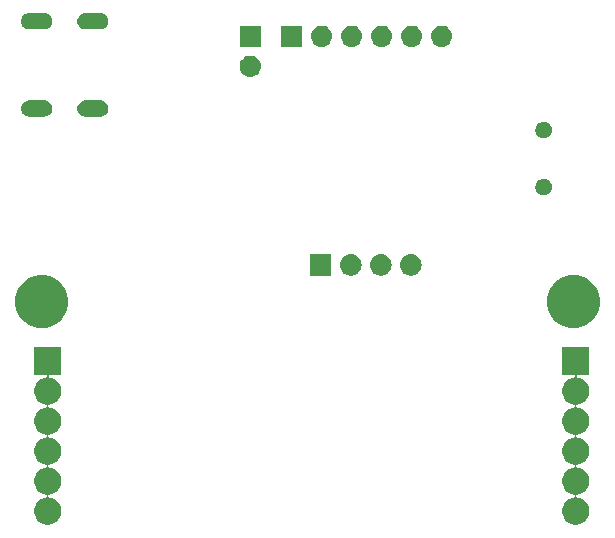
<source format=gbs>
G04 #@! TF.GenerationSoftware,KiCad,Pcbnew,(5.1.2-1)-1*
G04 #@! TF.CreationDate,2019-05-13T23:44:12-03:00*
G04 #@! TF.ProjectId,Capivara,43617069-7661-4726-912e-6b696361645f,rev?*
G04 #@! TF.SameCoordinates,Original*
G04 #@! TF.FileFunction,Soldermask,Bot*
G04 #@! TF.FilePolarity,Negative*
%FSLAX46Y46*%
G04 Gerber Fmt 4.6, Leading zero omitted, Abs format (unit mm)*
G04 Created by KiCad (PCBNEW (5.1.2-1)-1) date 2019-05-13 23:44:12*
%MOMM*%
%LPD*%
G04 APERTURE LIST*
%ADD10C,0.100000*%
G04 APERTURE END LIST*
D10*
G36*
X77478000Y-75890500D02*
G01*
X76512993Y-75890500D01*
X76488607Y-75892902D01*
X76465158Y-75900015D01*
X76443547Y-75911566D01*
X76424605Y-75927111D01*
X76409060Y-75946053D01*
X76397509Y-75967664D01*
X76390396Y-75991113D01*
X76387994Y-76015499D01*
X76390396Y-76039885D01*
X76397509Y-76063334D01*
X76409060Y-76084945D01*
X76424605Y-76103887D01*
X76443547Y-76119432D01*
X76465158Y-76130983D01*
X76488608Y-76138096D01*
X76662734Y-76172732D01*
X76872203Y-76259497D01*
X77060720Y-76385460D01*
X77221040Y-76545780D01*
X77347003Y-76734297D01*
X77433768Y-76943766D01*
X77478000Y-77166136D01*
X77478000Y-77392864D01*
X77433768Y-77615234D01*
X77347003Y-77824703D01*
X77221040Y-78013220D01*
X77060720Y-78173540D01*
X76872203Y-78299503D01*
X76662734Y-78386268D01*
X76535161Y-78411644D01*
X76458448Y-78426903D01*
X76434999Y-78434016D01*
X76413388Y-78445567D01*
X76394446Y-78461112D01*
X76378901Y-78480054D01*
X76367350Y-78501665D01*
X76360237Y-78525114D01*
X76357835Y-78549500D01*
X76360237Y-78573886D01*
X76367350Y-78597335D01*
X76378901Y-78618946D01*
X76394446Y-78637888D01*
X76413388Y-78653433D01*
X76434999Y-78664984D01*
X76458448Y-78672097D01*
X76535161Y-78687356D01*
X76662734Y-78712732D01*
X76872203Y-78799497D01*
X77060720Y-78925460D01*
X77221040Y-79085780D01*
X77347003Y-79274297D01*
X77433768Y-79483766D01*
X77478000Y-79706136D01*
X77478000Y-79932864D01*
X77433768Y-80155234D01*
X77347003Y-80364703D01*
X77221040Y-80553220D01*
X77060720Y-80713540D01*
X76872203Y-80839503D01*
X76662734Y-80926268D01*
X76535161Y-80951644D01*
X76458448Y-80966903D01*
X76434999Y-80974016D01*
X76413388Y-80985567D01*
X76394446Y-81001112D01*
X76378901Y-81020054D01*
X76367350Y-81041665D01*
X76360237Y-81065114D01*
X76357835Y-81089500D01*
X76360237Y-81113886D01*
X76367350Y-81137335D01*
X76378901Y-81158946D01*
X76394446Y-81177888D01*
X76413388Y-81193433D01*
X76434999Y-81204984D01*
X76458448Y-81212097D01*
X76535161Y-81227356D01*
X76662734Y-81252732D01*
X76872203Y-81339497D01*
X77060720Y-81465460D01*
X77221040Y-81625780D01*
X77347003Y-81814297D01*
X77433768Y-82023766D01*
X77478000Y-82246136D01*
X77478000Y-82472864D01*
X77433768Y-82695234D01*
X77347003Y-82904703D01*
X77221040Y-83093220D01*
X77060720Y-83253540D01*
X76872203Y-83379503D01*
X76662734Y-83466268D01*
X76535161Y-83491644D01*
X76458448Y-83506903D01*
X76434999Y-83514016D01*
X76413388Y-83525567D01*
X76394446Y-83541112D01*
X76378901Y-83560054D01*
X76367350Y-83581665D01*
X76360237Y-83605114D01*
X76357835Y-83629500D01*
X76360237Y-83653886D01*
X76367350Y-83677335D01*
X76378901Y-83698946D01*
X76394446Y-83717888D01*
X76413388Y-83733433D01*
X76434999Y-83744984D01*
X76458448Y-83752097D01*
X76535161Y-83767356D01*
X76662734Y-83792732D01*
X76872203Y-83879497D01*
X77060720Y-84005460D01*
X77221040Y-84165780D01*
X77347003Y-84354297D01*
X77433768Y-84563766D01*
X77478000Y-84786136D01*
X77478000Y-85012864D01*
X77433768Y-85235234D01*
X77347003Y-85444703D01*
X77221040Y-85633220D01*
X77060720Y-85793540D01*
X76872203Y-85919503D01*
X76662734Y-86006268D01*
X76535161Y-86031644D01*
X76458448Y-86046903D01*
X76434999Y-86054016D01*
X76413388Y-86065567D01*
X76394446Y-86081112D01*
X76378901Y-86100054D01*
X76367350Y-86121665D01*
X76360237Y-86145114D01*
X76357835Y-86169500D01*
X76360237Y-86193886D01*
X76367350Y-86217335D01*
X76378901Y-86238946D01*
X76394446Y-86257888D01*
X76413388Y-86273433D01*
X76434999Y-86284984D01*
X76458448Y-86292097D01*
X76535161Y-86307356D01*
X76662734Y-86332732D01*
X76872203Y-86419497D01*
X77060720Y-86545460D01*
X77221040Y-86705780D01*
X77347003Y-86894297D01*
X77433768Y-87103766D01*
X77478000Y-87326136D01*
X77478000Y-87552864D01*
X77433768Y-87775234D01*
X77347003Y-87984703D01*
X77221040Y-88173220D01*
X77060720Y-88333540D01*
X76872203Y-88459503D01*
X76662734Y-88546268D01*
X76551549Y-88568384D01*
X76440365Y-88590500D01*
X76213635Y-88590500D01*
X76102451Y-88568384D01*
X75991266Y-88546268D01*
X75781797Y-88459503D01*
X75593280Y-88333540D01*
X75432960Y-88173220D01*
X75306997Y-87984703D01*
X75220232Y-87775234D01*
X75176000Y-87552864D01*
X75176000Y-87326136D01*
X75220232Y-87103766D01*
X75306997Y-86894297D01*
X75432960Y-86705780D01*
X75593280Y-86545460D01*
X75781797Y-86419497D01*
X75991266Y-86332732D01*
X76118839Y-86307356D01*
X76195552Y-86292097D01*
X76219001Y-86284984D01*
X76240612Y-86273433D01*
X76259554Y-86257888D01*
X76275099Y-86238946D01*
X76286650Y-86217335D01*
X76293763Y-86193886D01*
X76296165Y-86169500D01*
X76293763Y-86145114D01*
X76286650Y-86121665D01*
X76275099Y-86100054D01*
X76259554Y-86081112D01*
X76240612Y-86065567D01*
X76219001Y-86054016D01*
X76195552Y-86046903D01*
X76118839Y-86031644D01*
X75991266Y-86006268D01*
X75781797Y-85919503D01*
X75593280Y-85793540D01*
X75432960Y-85633220D01*
X75306997Y-85444703D01*
X75220232Y-85235234D01*
X75176000Y-85012864D01*
X75176000Y-84786136D01*
X75220232Y-84563766D01*
X75306997Y-84354297D01*
X75432960Y-84165780D01*
X75593280Y-84005460D01*
X75781797Y-83879497D01*
X75991266Y-83792732D01*
X76118839Y-83767356D01*
X76195552Y-83752097D01*
X76219001Y-83744984D01*
X76240612Y-83733433D01*
X76259554Y-83717888D01*
X76275099Y-83698946D01*
X76286650Y-83677335D01*
X76293763Y-83653886D01*
X76296165Y-83629500D01*
X76293763Y-83605114D01*
X76286650Y-83581665D01*
X76275099Y-83560054D01*
X76259554Y-83541112D01*
X76240612Y-83525567D01*
X76219001Y-83514016D01*
X76195552Y-83506903D01*
X76118839Y-83491644D01*
X75991266Y-83466268D01*
X75781797Y-83379503D01*
X75593280Y-83253540D01*
X75432960Y-83093220D01*
X75306997Y-82904703D01*
X75220232Y-82695234D01*
X75176000Y-82472864D01*
X75176000Y-82246136D01*
X75220232Y-82023766D01*
X75306997Y-81814297D01*
X75432960Y-81625780D01*
X75593280Y-81465460D01*
X75781797Y-81339497D01*
X75991266Y-81252732D01*
X76118839Y-81227356D01*
X76195552Y-81212097D01*
X76219001Y-81204984D01*
X76240612Y-81193433D01*
X76259554Y-81177888D01*
X76275099Y-81158946D01*
X76286650Y-81137335D01*
X76293763Y-81113886D01*
X76296165Y-81089500D01*
X76293763Y-81065114D01*
X76286650Y-81041665D01*
X76275099Y-81020054D01*
X76259554Y-81001112D01*
X76240612Y-80985567D01*
X76219001Y-80974016D01*
X76195552Y-80966903D01*
X76118839Y-80951644D01*
X75991266Y-80926268D01*
X75781797Y-80839503D01*
X75593280Y-80713540D01*
X75432960Y-80553220D01*
X75306997Y-80364703D01*
X75220232Y-80155234D01*
X75176000Y-79932864D01*
X75176000Y-79706136D01*
X75220232Y-79483766D01*
X75306997Y-79274297D01*
X75432960Y-79085780D01*
X75593280Y-78925460D01*
X75781797Y-78799497D01*
X75991266Y-78712732D01*
X76118839Y-78687356D01*
X76195552Y-78672097D01*
X76219001Y-78664984D01*
X76240612Y-78653433D01*
X76259554Y-78637888D01*
X76275099Y-78618946D01*
X76286650Y-78597335D01*
X76293763Y-78573886D01*
X76296165Y-78549500D01*
X76293763Y-78525114D01*
X76286650Y-78501665D01*
X76275099Y-78480054D01*
X76259554Y-78461112D01*
X76240612Y-78445567D01*
X76219001Y-78434016D01*
X76195552Y-78426903D01*
X76118839Y-78411644D01*
X75991266Y-78386268D01*
X75781797Y-78299503D01*
X75593280Y-78173540D01*
X75432960Y-78013220D01*
X75306997Y-77824703D01*
X75220232Y-77615234D01*
X75176000Y-77392864D01*
X75176000Y-77166136D01*
X75220232Y-76943766D01*
X75306997Y-76734297D01*
X75432960Y-76545780D01*
X75593280Y-76385460D01*
X75781797Y-76259497D01*
X75991266Y-76172732D01*
X76165392Y-76138096D01*
X76188842Y-76130983D01*
X76210453Y-76119432D01*
X76229395Y-76103887D01*
X76244940Y-76084945D01*
X76256491Y-76063334D01*
X76263604Y-76039885D01*
X76266006Y-76015499D01*
X76263604Y-75991113D01*
X76256491Y-75967664D01*
X76244940Y-75946053D01*
X76229395Y-75927111D01*
X76210453Y-75911566D01*
X76188842Y-75900015D01*
X76165393Y-75892902D01*
X76141007Y-75890500D01*
X75176000Y-75890500D01*
X75176000Y-73588500D01*
X77478000Y-73588500D01*
X77478000Y-75890500D01*
X77478000Y-75890500D01*
G37*
G36*
X32774000Y-75890500D02*
G01*
X31808993Y-75890500D01*
X31784607Y-75892902D01*
X31761158Y-75900015D01*
X31739547Y-75911566D01*
X31720605Y-75927111D01*
X31705060Y-75946053D01*
X31693509Y-75967664D01*
X31686396Y-75991113D01*
X31683994Y-76015499D01*
X31686396Y-76039885D01*
X31693509Y-76063334D01*
X31705060Y-76084945D01*
X31720605Y-76103887D01*
X31739547Y-76119432D01*
X31761158Y-76130983D01*
X31784608Y-76138096D01*
X31958734Y-76172732D01*
X32168203Y-76259497D01*
X32356720Y-76385460D01*
X32517040Y-76545780D01*
X32643003Y-76734297D01*
X32729768Y-76943766D01*
X32774000Y-77166136D01*
X32774000Y-77392864D01*
X32729768Y-77615234D01*
X32643003Y-77824703D01*
X32517040Y-78013220D01*
X32356720Y-78173540D01*
X32168203Y-78299503D01*
X31958734Y-78386268D01*
X31831161Y-78411644D01*
X31754448Y-78426903D01*
X31730999Y-78434016D01*
X31709388Y-78445567D01*
X31690446Y-78461112D01*
X31674901Y-78480054D01*
X31663350Y-78501665D01*
X31656237Y-78525114D01*
X31653835Y-78549500D01*
X31656237Y-78573886D01*
X31663350Y-78597335D01*
X31674901Y-78618946D01*
X31690446Y-78637888D01*
X31709388Y-78653433D01*
X31730999Y-78664984D01*
X31754448Y-78672097D01*
X31831161Y-78687356D01*
X31958734Y-78712732D01*
X32168203Y-78799497D01*
X32356720Y-78925460D01*
X32517040Y-79085780D01*
X32643003Y-79274297D01*
X32729768Y-79483766D01*
X32774000Y-79706136D01*
X32774000Y-79932864D01*
X32729768Y-80155234D01*
X32643003Y-80364703D01*
X32517040Y-80553220D01*
X32356720Y-80713540D01*
X32168203Y-80839503D01*
X31958734Y-80926268D01*
X31831161Y-80951644D01*
X31754448Y-80966903D01*
X31730999Y-80974016D01*
X31709388Y-80985567D01*
X31690446Y-81001112D01*
X31674901Y-81020054D01*
X31663350Y-81041665D01*
X31656237Y-81065114D01*
X31653835Y-81089500D01*
X31656237Y-81113886D01*
X31663350Y-81137335D01*
X31674901Y-81158946D01*
X31690446Y-81177888D01*
X31709388Y-81193433D01*
X31730999Y-81204984D01*
X31754448Y-81212097D01*
X31831161Y-81227356D01*
X31958734Y-81252732D01*
X32168203Y-81339497D01*
X32356720Y-81465460D01*
X32517040Y-81625780D01*
X32643003Y-81814297D01*
X32729768Y-82023766D01*
X32774000Y-82246136D01*
X32774000Y-82472864D01*
X32729768Y-82695234D01*
X32643003Y-82904703D01*
X32517040Y-83093220D01*
X32356720Y-83253540D01*
X32168203Y-83379503D01*
X31958734Y-83466268D01*
X31831161Y-83491644D01*
X31754448Y-83506903D01*
X31730999Y-83514016D01*
X31709388Y-83525567D01*
X31690446Y-83541112D01*
X31674901Y-83560054D01*
X31663350Y-83581665D01*
X31656237Y-83605114D01*
X31653835Y-83629500D01*
X31656237Y-83653886D01*
X31663350Y-83677335D01*
X31674901Y-83698946D01*
X31690446Y-83717888D01*
X31709388Y-83733433D01*
X31730999Y-83744984D01*
X31754448Y-83752097D01*
X31831161Y-83767356D01*
X31958734Y-83792732D01*
X32168203Y-83879497D01*
X32356720Y-84005460D01*
X32517040Y-84165780D01*
X32643003Y-84354297D01*
X32729768Y-84563766D01*
X32774000Y-84786136D01*
X32774000Y-85012864D01*
X32729768Y-85235234D01*
X32643003Y-85444703D01*
X32517040Y-85633220D01*
X32356720Y-85793540D01*
X32168203Y-85919503D01*
X31958734Y-86006268D01*
X31831161Y-86031644D01*
X31754448Y-86046903D01*
X31730999Y-86054016D01*
X31709388Y-86065567D01*
X31690446Y-86081112D01*
X31674901Y-86100054D01*
X31663350Y-86121665D01*
X31656237Y-86145114D01*
X31653835Y-86169500D01*
X31656237Y-86193886D01*
X31663350Y-86217335D01*
X31674901Y-86238946D01*
X31690446Y-86257888D01*
X31709388Y-86273433D01*
X31730999Y-86284984D01*
X31754448Y-86292097D01*
X31831161Y-86307356D01*
X31958734Y-86332732D01*
X32168203Y-86419497D01*
X32356720Y-86545460D01*
X32517040Y-86705780D01*
X32643003Y-86894297D01*
X32729768Y-87103766D01*
X32774000Y-87326136D01*
X32774000Y-87552864D01*
X32729768Y-87775234D01*
X32643003Y-87984703D01*
X32517040Y-88173220D01*
X32356720Y-88333540D01*
X32168203Y-88459503D01*
X31958734Y-88546268D01*
X31847549Y-88568384D01*
X31736365Y-88590500D01*
X31509635Y-88590500D01*
X31398451Y-88568384D01*
X31287266Y-88546268D01*
X31077797Y-88459503D01*
X30889280Y-88333540D01*
X30728960Y-88173220D01*
X30602997Y-87984703D01*
X30516232Y-87775234D01*
X30472000Y-87552864D01*
X30472000Y-87326136D01*
X30516232Y-87103766D01*
X30602997Y-86894297D01*
X30728960Y-86705780D01*
X30889280Y-86545460D01*
X31077797Y-86419497D01*
X31287266Y-86332732D01*
X31414839Y-86307356D01*
X31491552Y-86292097D01*
X31515001Y-86284984D01*
X31536612Y-86273433D01*
X31555554Y-86257888D01*
X31571099Y-86238946D01*
X31582650Y-86217335D01*
X31589763Y-86193886D01*
X31592165Y-86169500D01*
X31589763Y-86145114D01*
X31582650Y-86121665D01*
X31571099Y-86100054D01*
X31555554Y-86081112D01*
X31536612Y-86065567D01*
X31515001Y-86054016D01*
X31491552Y-86046903D01*
X31414839Y-86031644D01*
X31287266Y-86006268D01*
X31077797Y-85919503D01*
X30889280Y-85793540D01*
X30728960Y-85633220D01*
X30602997Y-85444703D01*
X30516232Y-85235234D01*
X30472000Y-85012864D01*
X30472000Y-84786136D01*
X30516232Y-84563766D01*
X30602997Y-84354297D01*
X30728960Y-84165780D01*
X30889280Y-84005460D01*
X31077797Y-83879497D01*
X31287266Y-83792732D01*
X31414839Y-83767356D01*
X31491552Y-83752097D01*
X31515001Y-83744984D01*
X31536612Y-83733433D01*
X31555554Y-83717888D01*
X31571099Y-83698946D01*
X31582650Y-83677335D01*
X31589763Y-83653886D01*
X31592165Y-83629500D01*
X31589763Y-83605114D01*
X31582650Y-83581665D01*
X31571099Y-83560054D01*
X31555554Y-83541112D01*
X31536612Y-83525567D01*
X31515001Y-83514016D01*
X31491552Y-83506903D01*
X31414839Y-83491644D01*
X31287266Y-83466268D01*
X31077797Y-83379503D01*
X30889280Y-83253540D01*
X30728960Y-83093220D01*
X30602997Y-82904703D01*
X30516232Y-82695234D01*
X30472000Y-82472864D01*
X30472000Y-82246136D01*
X30516232Y-82023766D01*
X30602997Y-81814297D01*
X30728960Y-81625780D01*
X30889280Y-81465460D01*
X31077797Y-81339497D01*
X31287266Y-81252732D01*
X31414839Y-81227356D01*
X31491552Y-81212097D01*
X31515001Y-81204984D01*
X31536612Y-81193433D01*
X31555554Y-81177888D01*
X31571099Y-81158946D01*
X31582650Y-81137335D01*
X31589763Y-81113886D01*
X31592165Y-81089500D01*
X31589763Y-81065114D01*
X31582650Y-81041665D01*
X31571099Y-81020054D01*
X31555554Y-81001112D01*
X31536612Y-80985567D01*
X31515001Y-80974016D01*
X31491552Y-80966903D01*
X31414839Y-80951644D01*
X31287266Y-80926268D01*
X31077797Y-80839503D01*
X30889280Y-80713540D01*
X30728960Y-80553220D01*
X30602997Y-80364703D01*
X30516232Y-80155234D01*
X30472000Y-79932864D01*
X30472000Y-79706136D01*
X30516232Y-79483766D01*
X30602997Y-79274297D01*
X30728960Y-79085780D01*
X30889280Y-78925460D01*
X31077797Y-78799497D01*
X31287266Y-78712732D01*
X31414839Y-78687356D01*
X31491552Y-78672097D01*
X31515001Y-78664984D01*
X31536612Y-78653433D01*
X31555554Y-78637888D01*
X31571099Y-78618946D01*
X31582650Y-78597335D01*
X31589763Y-78573886D01*
X31592165Y-78549500D01*
X31589763Y-78525114D01*
X31582650Y-78501665D01*
X31571099Y-78480054D01*
X31555554Y-78461112D01*
X31536612Y-78445567D01*
X31515001Y-78434016D01*
X31491552Y-78426903D01*
X31414839Y-78411644D01*
X31287266Y-78386268D01*
X31077797Y-78299503D01*
X30889280Y-78173540D01*
X30728960Y-78013220D01*
X30602997Y-77824703D01*
X30516232Y-77615234D01*
X30472000Y-77392864D01*
X30472000Y-77166136D01*
X30516232Y-76943766D01*
X30602997Y-76734297D01*
X30728960Y-76545780D01*
X30889280Y-76385460D01*
X31077797Y-76259497D01*
X31287266Y-76172732D01*
X31461392Y-76138096D01*
X31484842Y-76130983D01*
X31506453Y-76119432D01*
X31525395Y-76103887D01*
X31540940Y-76084945D01*
X31552491Y-76063334D01*
X31559604Y-76039885D01*
X31562006Y-76015499D01*
X31559604Y-75991113D01*
X31552491Y-75967664D01*
X31540940Y-75946053D01*
X31525395Y-75927111D01*
X31506453Y-75911566D01*
X31484842Y-75900015D01*
X31461393Y-75892902D01*
X31437007Y-75890500D01*
X30472000Y-75890500D01*
X30472000Y-73588500D01*
X32774000Y-73588500D01*
X32774000Y-75890500D01*
X32774000Y-75890500D01*
G37*
G36*
X76390880Y-67490776D02*
G01*
X76771593Y-67566504D01*
X77181249Y-67736189D01*
X77549929Y-67982534D01*
X77863466Y-68296071D01*
X78109811Y-68664751D01*
X78279496Y-69074407D01*
X78366000Y-69509296D01*
X78366000Y-69952704D01*
X78279496Y-70387593D01*
X78109811Y-70797249D01*
X77863466Y-71165929D01*
X77549929Y-71479466D01*
X77181249Y-71725811D01*
X76771593Y-71895496D01*
X76390880Y-71971224D01*
X76336705Y-71982000D01*
X75893295Y-71982000D01*
X75839120Y-71971224D01*
X75458407Y-71895496D01*
X75048751Y-71725811D01*
X74680071Y-71479466D01*
X74366534Y-71165929D01*
X74120189Y-70797249D01*
X73950504Y-70387593D01*
X73864000Y-69952704D01*
X73864000Y-69509296D01*
X73950504Y-69074407D01*
X74120189Y-68664751D01*
X74366534Y-68296071D01*
X74680071Y-67982534D01*
X75048751Y-67736189D01*
X75458407Y-67566504D01*
X75839120Y-67490776D01*
X75893295Y-67480000D01*
X76336705Y-67480000D01*
X76390880Y-67490776D01*
X76390880Y-67490776D01*
G37*
G36*
X31390880Y-67490776D02*
G01*
X31771593Y-67566504D01*
X32181249Y-67736189D01*
X32549929Y-67982534D01*
X32863466Y-68296071D01*
X33109811Y-68664751D01*
X33279496Y-69074407D01*
X33366000Y-69509296D01*
X33366000Y-69952704D01*
X33279496Y-70387593D01*
X33109811Y-70797249D01*
X32863466Y-71165929D01*
X32549929Y-71479466D01*
X32181249Y-71725811D01*
X31771593Y-71895496D01*
X31390880Y-71971224D01*
X31336705Y-71982000D01*
X30893295Y-71982000D01*
X30839120Y-71971224D01*
X30458407Y-71895496D01*
X30048751Y-71725811D01*
X29680071Y-71479466D01*
X29366534Y-71165929D01*
X29120189Y-70797249D01*
X28950504Y-70387593D01*
X28864000Y-69952704D01*
X28864000Y-69509296D01*
X28950504Y-69074407D01*
X29120189Y-68664751D01*
X29366534Y-68296071D01*
X29680071Y-67982534D01*
X30048751Y-67736189D01*
X30458407Y-67566504D01*
X30839120Y-67490776D01*
X30893295Y-67480000D01*
X31336705Y-67480000D01*
X31390880Y-67490776D01*
X31390880Y-67490776D01*
G37*
G36*
X57387442Y-65717018D02*
G01*
X57453627Y-65723537D01*
X57623466Y-65775057D01*
X57779991Y-65858722D01*
X57815729Y-65888052D01*
X57917186Y-65971314D01*
X58000448Y-66072771D01*
X58029778Y-66108509D01*
X58113443Y-66265034D01*
X58164963Y-66434873D01*
X58182359Y-66611500D01*
X58164963Y-66788127D01*
X58113443Y-66957966D01*
X58029778Y-67114491D01*
X58000448Y-67150229D01*
X57917186Y-67251686D01*
X57815729Y-67334948D01*
X57779991Y-67364278D01*
X57623466Y-67447943D01*
X57453627Y-67499463D01*
X57387442Y-67505982D01*
X57321260Y-67512500D01*
X57232740Y-67512500D01*
X57166558Y-67505982D01*
X57100373Y-67499463D01*
X56930534Y-67447943D01*
X56774009Y-67364278D01*
X56738271Y-67334948D01*
X56636814Y-67251686D01*
X56553552Y-67150229D01*
X56524222Y-67114491D01*
X56440557Y-66957966D01*
X56389037Y-66788127D01*
X56371641Y-66611500D01*
X56389037Y-66434873D01*
X56440557Y-66265034D01*
X56524222Y-66108509D01*
X56553552Y-66072771D01*
X56636814Y-65971314D01*
X56738271Y-65888052D01*
X56774009Y-65858722D01*
X56930534Y-65775057D01*
X57100373Y-65723537D01*
X57166558Y-65717018D01*
X57232740Y-65710500D01*
X57321260Y-65710500D01*
X57387442Y-65717018D01*
X57387442Y-65717018D01*
G37*
G36*
X62467442Y-65717018D02*
G01*
X62533627Y-65723537D01*
X62703466Y-65775057D01*
X62859991Y-65858722D01*
X62895729Y-65888052D01*
X62997186Y-65971314D01*
X63080448Y-66072771D01*
X63109778Y-66108509D01*
X63193443Y-66265034D01*
X63244963Y-66434873D01*
X63262359Y-66611500D01*
X63244963Y-66788127D01*
X63193443Y-66957966D01*
X63109778Y-67114491D01*
X63080448Y-67150229D01*
X62997186Y-67251686D01*
X62895729Y-67334948D01*
X62859991Y-67364278D01*
X62703466Y-67447943D01*
X62533627Y-67499463D01*
X62467442Y-67505982D01*
X62401260Y-67512500D01*
X62312740Y-67512500D01*
X62246558Y-67505982D01*
X62180373Y-67499463D01*
X62010534Y-67447943D01*
X61854009Y-67364278D01*
X61818271Y-67334948D01*
X61716814Y-67251686D01*
X61633552Y-67150229D01*
X61604222Y-67114491D01*
X61520557Y-66957966D01*
X61469037Y-66788127D01*
X61451641Y-66611500D01*
X61469037Y-66434873D01*
X61520557Y-66265034D01*
X61604222Y-66108509D01*
X61633552Y-66072771D01*
X61716814Y-65971314D01*
X61818271Y-65888052D01*
X61854009Y-65858722D01*
X62010534Y-65775057D01*
X62180373Y-65723537D01*
X62246558Y-65717018D01*
X62312740Y-65710500D01*
X62401260Y-65710500D01*
X62467442Y-65717018D01*
X62467442Y-65717018D01*
G37*
G36*
X59927442Y-65717018D02*
G01*
X59993627Y-65723537D01*
X60163466Y-65775057D01*
X60319991Y-65858722D01*
X60355729Y-65888052D01*
X60457186Y-65971314D01*
X60540448Y-66072771D01*
X60569778Y-66108509D01*
X60653443Y-66265034D01*
X60704963Y-66434873D01*
X60722359Y-66611500D01*
X60704963Y-66788127D01*
X60653443Y-66957966D01*
X60569778Y-67114491D01*
X60540448Y-67150229D01*
X60457186Y-67251686D01*
X60355729Y-67334948D01*
X60319991Y-67364278D01*
X60163466Y-67447943D01*
X59993627Y-67499463D01*
X59927442Y-67505982D01*
X59861260Y-67512500D01*
X59772740Y-67512500D01*
X59706558Y-67505982D01*
X59640373Y-67499463D01*
X59470534Y-67447943D01*
X59314009Y-67364278D01*
X59278271Y-67334948D01*
X59176814Y-67251686D01*
X59093552Y-67150229D01*
X59064222Y-67114491D01*
X58980557Y-66957966D01*
X58929037Y-66788127D01*
X58911641Y-66611500D01*
X58929037Y-66434873D01*
X58980557Y-66265034D01*
X59064222Y-66108509D01*
X59093552Y-66072771D01*
X59176814Y-65971314D01*
X59278271Y-65888052D01*
X59314009Y-65858722D01*
X59470534Y-65775057D01*
X59640373Y-65723537D01*
X59706558Y-65717018D01*
X59772740Y-65710500D01*
X59861260Y-65710500D01*
X59927442Y-65717018D01*
X59927442Y-65717018D01*
G37*
G36*
X55638000Y-67512500D02*
G01*
X53836000Y-67512500D01*
X53836000Y-65710500D01*
X55638000Y-65710500D01*
X55638000Y-67512500D01*
X55638000Y-67512500D01*
G37*
G36*
X73804007Y-59323438D02*
G01*
X73933473Y-59377065D01*
X74049990Y-59454919D01*
X74149081Y-59554010D01*
X74226935Y-59670527D01*
X74280562Y-59799993D01*
X74307900Y-59937432D01*
X74307900Y-60077568D01*
X74280562Y-60215007D01*
X74226935Y-60344473D01*
X74149081Y-60460990D01*
X74049990Y-60560081D01*
X73933473Y-60637935D01*
X73804007Y-60691562D01*
X73666568Y-60718900D01*
X73526432Y-60718900D01*
X73388993Y-60691562D01*
X73259527Y-60637935D01*
X73143010Y-60560081D01*
X73043919Y-60460990D01*
X72966065Y-60344473D01*
X72912438Y-60215007D01*
X72885100Y-60077568D01*
X72885100Y-59937432D01*
X72912438Y-59799993D01*
X72966065Y-59670527D01*
X73043919Y-59554010D01*
X73143010Y-59454919D01*
X73259527Y-59377065D01*
X73388993Y-59323438D01*
X73526432Y-59296100D01*
X73666568Y-59296100D01*
X73804007Y-59323438D01*
X73804007Y-59323438D01*
G37*
G36*
X73804007Y-54497438D02*
G01*
X73933473Y-54551065D01*
X74049990Y-54628919D01*
X74149081Y-54728010D01*
X74226935Y-54844527D01*
X74280562Y-54973993D01*
X74307900Y-55111432D01*
X74307900Y-55251568D01*
X74280562Y-55389007D01*
X74226935Y-55518473D01*
X74149081Y-55634990D01*
X74049990Y-55734081D01*
X73933473Y-55811935D01*
X73804007Y-55865562D01*
X73666568Y-55892900D01*
X73526432Y-55892900D01*
X73388993Y-55865562D01*
X73259527Y-55811935D01*
X73143010Y-55734081D01*
X73043919Y-55634990D01*
X72966065Y-55518473D01*
X72912438Y-55389007D01*
X72885100Y-55251568D01*
X72885100Y-55111432D01*
X72912438Y-54973993D01*
X72966065Y-54844527D01*
X73043919Y-54728010D01*
X73143010Y-54628919D01*
X73259527Y-54551065D01*
X73388993Y-54497438D01*
X73526432Y-54470100D01*
X73666568Y-54470100D01*
X73804007Y-54497438D01*
X73804007Y-54497438D01*
G37*
G36*
X31418385Y-52677617D02*
G01*
X31451979Y-52680926D01*
X31527894Y-52703954D01*
X31581295Y-52720153D01*
X31700464Y-52783851D01*
X31804923Y-52869577D01*
X31890649Y-52974036D01*
X31954347Y-53093205D01*
X31993574Y-53222522D01*
X32006819Y-53357000D01*
X31993574Y-53491478D01*
X31954347Y-53620795D01*
X31890649Y-53739964D01*
X31804923Y-53844423D01*
X31700464Y-53930149D01*
X31581295Y-53993847D01*
X31527894Y-54010046D01*
X31451979Y-54033074D01*
X31418385Y-54036383D01*
X31351200Y-54043000D01*
X30013800Y-54043000D01*
X29946615Y-54036383D01*
X29913021Y-54033074D01*
X29837106Y-54010046D01*
X29783705Y-53993847D01*
X29664536Y-53930149D01*
X29560077Y-53844423D01*
X29474351Y-53739964D01*
X29410653Y-53620795D01*
X29371426Y-53491478D01*
X29358181Y-53357000D01*
X29371426Y-53222522D01*
X29410653Y-53093205D01*
X29474351Y-52974036D01*
X29560077Y-52869577D01*
X29664536Y-52783851D01*
X29783705Y-52720153D01*
X29837106Y-52703954D01*
X29913021Y-52680926D01*
X29946615Y-52677617D01*
X30013800Y-52671000D01*
X31351200Y-52671000D01*
X31418385Y-52677617D01*
X31418385Y-52677617D01*
G37*
G36*
X36168385Y-52677617D02*
G01*
X36201979Y-52680926D01*
X36277894Y-52703954D01*
X36331295Y-52720153D01*
X36450464Y-52783851D01*
X36554923Y-52869577D01*
X36640649Y-52974036D01*
X36704347Y-53093205D01*
X36743574Y-53222522D01*
X36756819Y-53357000D01*
X36743574Y-53491478D01*
X36704347Y-53620795D01*
X36640649Y-53739964D01*
X36554923Y-53844423D01*
X36450464Y-53930149D01*
X36331295Y-53993847D01*
X36277894Y-54010046D01*
X36201979Y-54033074D01*
X36168385Y-54036383D01*
X36101200Y-54043000D01*
X34763800Y-54043000D01*
X34696615Y-54036383D01*
X34663021Y-54033074D01*
X34587106Y-54010046D01*
X34533705Y-53993847D01*
X34414536Y-53930149D01*
X34310077Y-53844423D01*
X34224351Y-53739964D01*
X34160653Y-53620795D01*
X34121426Y-53491478D01*
X34108181Y-53357000D01*
X34121426Y-53222522D01*
X34160653Y-53093205D01*
X34224351Y-52974036D01*
X34310077Y-52869577D01*
X34414536Y-52783851D01*
X34533705Y-52720153D01*
X34587106Y-52703954D01*
X34663021Y-52680926D01*
X34696615Y-52677617D01*
X34763800Y-52671000D01*
X36101200Y-52671000D01*
X36168385Y-52677617D01*
X36168385Y-52677617D01*
G37*
G36*
X48878443Y-48889519D02*
G01*
X48944627Y-48896037D01*
X49114466Y-48947557D01*
X49270991Y-49031222D01*
X49306729Y-49060552D01*
X49408186Y-49143814D01*
X49491448Y-49245271D01*
X49520778Y-49281009D01*
X49604443Y-49437534D01*
X49655963Y-49607373D01*
X49673359Y-49784000D01*
X49655963Y-49960627D01*
X49604443Y-50130466D01*
X49520778Y-50286991D01*
X49491448Y-50322729D01*
X49408186Y-50424186D01*
X49306729Y-50507448D01*
X49270991Y-50536778D01*
X49114466Y-50620443D01*
X48944627Y-50671963D01*
X48878443Y-50678481D01*
X48812260Y-50685000D01*
X48723740Y-50685000D01*
X48657557Y-50678481D01*
X48591373Y-50671963D01*
X48421534Y-50620443D01*
X48265009Y-50536778D01*
X48229271Y-50507448D01*
X48127814Y-50424186D01*
X48044552Y-50322729D01*
X48015222Y-50286991D01*
X47931557Y-50130466D01*
X47880037Y-49960627D01*
X47862641Y-49784000D01*
X47880037Y-49607373D01*
X47931557Y-49437534D01*
X48015222Y-49281009D01*
X48044552Y-49245271D01*
X48127814Y-49143814D01*
X48229271Y-49060552D01*
X48265009Y-49031222D01*
X48421534Y-48947557D01*
X48591373Y-48896037D01*
X48657557Y-48889519D01*
X48723740Y-48883000D01*
X48812260Y-48883000D01*
X48878443Y-48889519D01*
X48878443Y-48889519D01*
G37*
G36*
X49669000Y-48145000D02*
G01*
X47867000Y-48145000D01*
X47867000Y-46343000D01*
X49669000Y-46343000D01*
X49669000Y-48145000D01*
X49669000Y-48145000D01*
G37*
G36*
X62530943Y-46349519D02*
G01*
X62597127Y-46356037D01*
X62766966Y-46407557D01*
X62923491Y-46491222D01*
X62959229Y-46520552D01*
X63060686Y-46603814D01*
X63143948Y-46705271D01*
X63173278Y-46741009D01*
X63256943Y-46897534D01*
X63308463Y-47067373D01*
X63325859Y-47244000D01*
X63308463Y-47420627D01*
X63256943Y-47590466D01*
X63173278Y-47746991D01*
X63143948Y-47782729D01*
X63060686Y-47884186D01*
X62959229Y-47967448D01*
X62923491Y-47996778D01*
X62766966Y-48080443D01*
X62597127Y-48131963D01*
X62530943Y-48138481D01*
X62464760Y-48145000D01*
X62376240Y-48145000D01*
X62310058Y-48138482D01*
X62243873Y-48131963D01*
X62074034Y-48080443D01*
X61917509Y-47996778D01*
X61881771Y-47967448D01*
X61780314Y-47884186D01*
X61697052Y-47782729D01*
X61667722Y-47746991D01*
X61584057Y-47590466D01*
X61532537Y-47420627D01*
X61515141Y-47244000D01*
X61532537Y-47067373D01*
X61584057Y-46897534D01*
X61667722Y-46741009D01*
X61697052Y-46705271D01*
X61780314Y-46603814D01*
X61881771Y-46520552D01*
X61917509Y-46491222D01*
X62074034Y-46407557D01*
X62243873Y-46356037D01*
X62310057Y-46349519D01*
X62376240Y-46343000D01*
X62464760Y-46343000D01*
X62530943Y-46349519D01*
X62530943Y-46349519D01*
G37*
G36*
X65070943Y-46349519D02*
G01*
X65137127Y-46356037D01*
X65306966Y-46407557D01*
X65463491Y-46491222D01*
X65499229Y-46520552D01*
X65600686Y-46603814D01*
X65683948Y-46705271D01*
X65713278Y-46741009D01*
X65796943Y-46897534D01*
X65848463Y-47067373D01*
X65865859Y-47244000D01*
X65848463Y-47420627D01*
X65796943Y-47590466D01*
X65713278Y-47746991D01*
X65683948Y-47782729D01*
X65600686Y-47884186D01*
X65499229Y-47967448D01*
X65463491Y-47996778D01*
X65306966Y-48080443D01*
X65137127Y-48131963D01*
X65070943Y-48138481D01*
X65004760Y-48145000D01*
X64916240Y-48145000D01*
X64850058Y-48138482D01*
X64783873Y-48131963D01*
X64614034Y-48080443D01*
X64457509Y-47996778D01*
X64421771Y-47967448D01*
X64320314Y-47884186D01*
X64237052Y-47782729D01*
X64207722Y-47746991D01*
X64124057Y-47590466D01*
X64072537Y-47420627D01*
X64055141Y-47244000D01*
X64072537Y-47067373D01*
X64124057Y-46897534D01*
X64207722Y-46741009D01*
X64237052Y-46705271D01*
X64320314Y-46603814D01*
X64421771Y-46520552D01*
X64457509Y-46491222D01*
X64614034Y-46407557D01*
X64783873Y-46356037D01*
X64850057Y-46349519D01*
X64916240Y-46343000D01*
X65004760Y-46343000D01*
X65070943Y-46349519D01*
X65070943Y-46349519D01*
G37*
G36*
X59990943Y-46349519D02*
G01*
X60057127Y-46356037D01*
X60226966Y-46407557D01*
X60383491Y-46491222D01*
X60419229Y-46520552D01*
X60520686Y-46603814D01*
X60603948Y-46705271D01*
X60633278Y-46741009D01*
X60716943Y-46897534D01*
X60768463Y-47067373D01*
X60785859Y-47244000D01*
X60768463Y-47420627D01*
X60716943Y-47590466D01*
X60633278Y-47746991D01*
X60603948Y-47782729D01*
X60520686Y-47884186D01*
X60419229Y-47967448D01*
X60383491Y-47996778D01*
X60226966Y-48080443D01*
X60057127Y-48131963D01*
X59990943Y-48138481D01*
X59924760Y-48145000D01*
X59836240Y-48145000D01*
X59770058Y-48138482D01*
X59703873Y-48131963D01*
X59534034Y-48080443D01*
X59377509Y-47996778D01*
X59341771Y-47967448D01*
X59240314Y-47884186D01*
X59157052Y-47782729D01*
X59127722Y-47746991D01*
X59044057Y-47590466D01*
X58992537Y-47420627D01*
X58975141Y-47244000D01*
X58992537Y-47067373D01*
X59044057Y-46897534D01*
X59127722Y-46741009D01*
X59157052Y-46705271D01*
X59240314Y-46603814D01*
X59341771Y-46520552D01*
X59377509Y-46491222D01*
X59534034Y-46407557D01*
X59703873Y-46356037D01*
X59770057Y-46349519D01*
X59836240Y-46343000D01*
X59924760Y-46343000D01*
X59990943Y-46349519D01*
X59990943Y-46349519D01*
G37*
G36*
X57450943Y-46349519D02*
G01*
X57517127Y-46356037D01*
X57686966Y-46407557D01*
X57843491Y-46491222D01*
X57879229Y-46520552D01*
X57980686Y-46603814D01*
X58063948Y-46705271D01*
X58093278Y-46741009D01*
X58176943Y-46897534D01*
X58228463Y-47067373D01*
X58245859Y-47244000D01*
X58228463Y-47420627D01*
X58176943Y-47590466D01*
X58093278Y-47746991D01*
X58063948Y-47782729D01*
X57980686Y-47884186D01*
X57879229Y-47967448D01*
X57843491Y-47996778D01*
X57686966Y-48080443D01*
X57517127Y-48131963D01*
X57450943Y-48138481D01*
X57384760Y-48145000D01*
X57296240Y-48145000D01*
X57230058Y-48138482D01*
X57163873Y-48131963D01*
X56994034Y-48080443D01*
X56837509Y-47996778D01*
X56801771Y-47967448D01*
X56700314Y-47884186D01*
X56617052Y-47782729D01*
X56587722Y-47746991D01*
X56504057Y-47590466D01*
X56452537Y-47420627D01*
X56435141Y-47244000D01*
X56452537Y-47067373D01*
X56504057Y-46897534D01*
X56587722Y-46741009D01*
X56617052Y-46705271D01*
X56700314Y-46603814D01*
X56801771Y-46520552D01*
X56837509Y-46491222D01*
X56994034Y-46407557D01*
X57163873Y-46356037D01*
X57230057Y-46349519D01*
X57296240Y-46343000D01*
X57384760Y-46343000D01*
X57450943Y-46349519D01*
X57450943Y-46349519D01*
G37*
G36*
X54910943Y-46349519D02*
G01*
X54977127Y-46356037D01*
X55146966Y-46407557D01*
X55303491Y-46491222D01*
X55339229Y-46520552D01*
X55440686Y-46603814D01*
X55523948Y-46705271D01*
X55553278Y-46741009D01*
X55636943Y-46897534D01*
X55688463Y-47067373D01*
X55705859Y-47244000D01*
X55688463Y-47420627D01*
X55636943Y-47590466D01*
X55553278Y-47746991D01*
X55523948Y-47782729D01*
X55440686Y-47884186D01*
X55339229Y-47967448D01*
X55303491Y-47996778D01*
X55146966Y-48080443D01*
X54977127Y-48131963D01*
X54910943Y-48138481D01*
X54844760Y-48145000D01*
X54756240Y-48145000D01*
X54690058Y-48138482D01*
X54623873Y-48131963D01*
X54454034Y-48080443D01*
X54297509Y-47996778D01*
X54261771Y-47967448D01*
X54160314Y-47884186D01*
X54077052Y-47782729D01*
X54047722Y-47746991D01*
X53964057Y-47590466D01*
X53912537Y-47420627D01*
X53895141Y-47244000D01*
X53912537Y-47067373D01*
X53964057Y-46897534D01*
X54047722Y-46741009D01*
X54077052Y-46705271D01*
X54160314Y-46603814D01*
X54261771Y-46520552D01*
X54297509Y-46491222D01*
X54454034Y-46407557D01*
X54623873Y-46356037D01*
X54690057Y-46349519D01*
X54756240Y-46343000D01*
X54844760Y-46343000D01*
X54910943Y-46349519D01*
X54910943Y-46349519D01*
G37*
G36*
X53161500Y-48145000D02*
G01*
X51359500Y-48145000D01*
X51359500Y-46343000D01*
X53161500Y-46343000D01*
X53161500Y-48145000D01*
X53161500Y-48145000D01*
G37*
G36*
X31418385Y-45277617D02*
G01*
X31451979Y-45280926D01*
X31527894Y-45303954D01*
X31581295Y-45320153D01*
X31700464Y-45383851D01*
X31804923Y-45469577D01*
X31890649Y-45574036D01*
X31954347Y-45693205D01*
X31993574Y-45822522D01*
X32006819Y-45957000D01*
X31993574Y-46091478D01*
X31954347Y-46220795D01*
X31890649Y-46339964D01*
X31804923Y-46444423D01*
X31700464Y-46530149D01*
X31581295Y-46593847D01*
X31548437Y-46603814D01*
X31451979Y-46633074D01*
X31418385Y-46636383D01*
X31351200Y-46643000D01*
X30013800Y-46643000D01*
X29946615Y-46636383D01*
X29913021Y-46633074D01*
X29816563Y-46603814D01*
X29783705Y-46593847D01*
X29664536Y-46530149D01*
X29560077Y-46444423D01*
X29474351Y-46339964D01*
X29410653Y-46220795D01*
X29371426Y-46091478D01*
X29358181Y-45957000D01*
X29371426Y-45822522D01*
X29410653Y-45693205D01*
X29474351Y-45574036D01*
X29560077Y-45469577D01*
X29664536Y-45383851D01*
X29783705Y-45320153D01*
X29837106Y-45303954D01*
X29913021Y-45280926D01*
X29946615Y-45277617D01*
X30013800Y-45271000D01*
X31351200Y-45271000D01*
X31418385Y-45277617D01*
X31418385Y-45277617D01*
G37*
G36*
X36168385Y-45277617D02*
G01*
X36201979Y-45280926D01*
X36277894Y-45303954D01*
X36331295Y-45320153D01*
X36450464Y-45383851D01*
X36554923Y-45469577D01*
X36640649Y-45574036D01*
X36704347Y-45693205D01*
X36743574Y-45822522D01*
X36756819Y-45957000D01*
X36743574Y-46091478D01*
X36704347Y-46220795D01*
X36640649Y-46339964D01*
X36554923Y-46444423D01*
X36450464Y-46530149D01*
X36331295Y-46593847D01*
X36298437Y-46603814D01*
X36201979Y-46633074D01*
X36168385Y-46636383D01*
X36101200Y-46643000D01*
X34763800Y-46643000D01*
X34696615Y-46636383D01*
X34663021Y-46633074D01*
X34566563Y-46603814D01*
X34533705Y-46593847D01*
X34414536Y-46530149D01*
X34310077Y-46444423D01*
X34224351Y-46339964D01*
X34160653Y-46220795D01*
X34121426Y-46091478D01*
X34108181Y-45957000D01*
X34121426Y-45822522D01*
X34160653Y-45693205D01*
X34224351Y-45574036D01*
X34310077Y-45469577D01*
X34414536Y-45383851D01*
X34533705Y-45320153D01*
X34587106Y-45303954D01*
X34663021Y-45280926D01*
X34696615Y-45277617D01*
X34763800Y-45271000D01*
X36101200Y-45271000D01*
X36168385Y-45277617D01*
X36168385Y-45277617D01*
G37*
M02*

</source>
